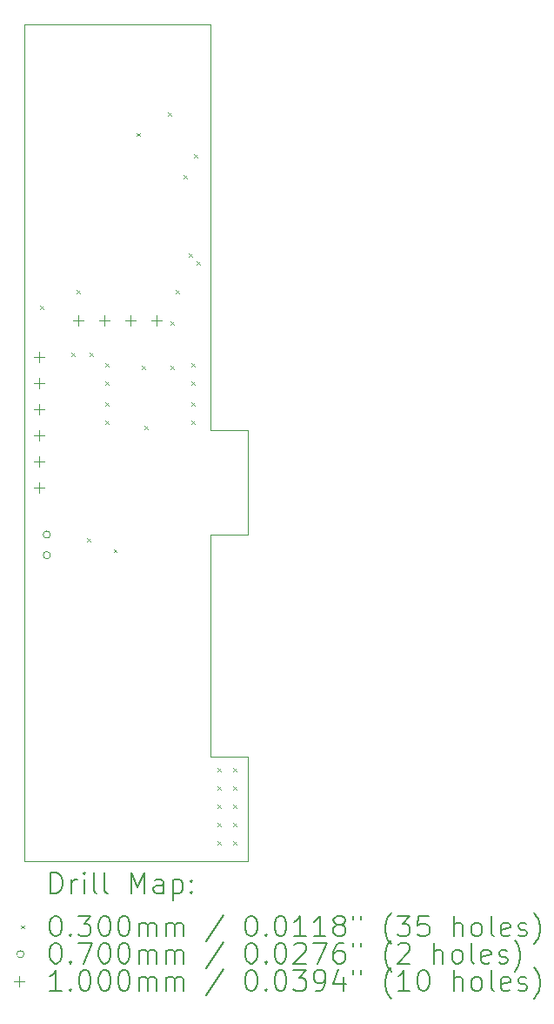
<source format=gbr>
%TF.GenerationSoftware,KiCad,Pcbnew,8.0.2*%
%TF.CreationDate,2024-11-04T20:05:37-05:00*%
%TF.ProjectId,proto,70726f74-6f2e-46b6-9963-61645f706362,rev?*%
%TF.SameCoordinates,Original*%
%TF.FileFunction,Drillmap*%
%TF.FilePolarity,Positive*%
%FSLAX45Y45*%
G04 Gerber Fmt 4.5, Leading zero omitted, Abs format (unit mm)*
G04 Created by KiCad (PCBNEW 8.0.2) date 2024-11-04 20:05:37*
%MOMM*%
%LPD*%
G01*
G04 APERTURE LIST*
%ADD10C,0.050000*%
%ADD11C,0.200000*%
%ADD12C,0.100000*%
G04 APERTURE END LIST*
D10*
X14240000Y-5200000D02*
X12430000Y-5200000D01*
X14240000Y-12319000D02*
X14605000Y-12319000D01*
X12430000Y-5200000D02*
X12430000Y-13335000D01*
X14240000Y-5200000D02*
X14240000Y-9144000D01*
X14240000Y-9144000D02*
X14605000Y-9144000D01*
X14240000Y-10160000D02*
X14605000Y-10160000D01*
X14240000Y-10160000D02*
X14240000Y-12319000D01*
X14605000Y-9144000D02*
X14605000Y-10160000D01*
X12430000Y-13335000D02*
X14605000Y-13335000D01*
X14605000Y-13335000D02*
X14605000Y-12319000D01*
D11*
D12*
X12583400Y-7935200D02*
X12613400Y-7965200D01*
X12613400Y-7935200D02*
X12583400Y-7965200D01*
X12888200Y-8392400D02*
X12918200Y-8422400D01*
X12918200Y-8392400D02*
X12888200Y-8422400D01*
X12939000Y-7782800D02*
X12969000Y-7812800D01*
X12969000Y-7782800D02*
X12939000Y-7812800D01*
X13040600Y-10195800D02*
X13070600Y-10225800D01*
X13070600Y-10195800D02*
X13040600Y-10225800D01*
X13066000Y-8392400D02*
X13096000Y-8422400D01*
X13096000Y-8392400D02*
X13066000Y-8422400D01*
X13218400Y-8494000D02*
X13248400Y-8524000D01*
X13248400Y-8494000D02*
X13218400Y-8524000D01*
X13218400Y-8671800D02*
X13248400Y-8701800D01*
X13248400Y-8671800D02*
X13218400Y-8701800D01*
X13218400Y-8875000D02*
X13248400Y-8905000D01*
X13248400Y-8875000D02*
X13218400Y-8905000D01*
X13218400Y-9052800D02*
X13248400Y-9082800D01*
X13248400Y-9052800D02*
X13218400Y-9082800D01*
X13301200Y-10304000D02*
X13331200Y-10334000D01*
X13331200Y-10304000D02*
X13301200Y-10334000D01*
X13523200Y-6255000D02*
X13553200Y-6285000D01*
X13553200Y-6255000D02*
X13523200Y-6285000D01*
X13574000Y-8519400D02*
X13604000Y-8549400D01*
X13604000Y-8519400D02*
X13574000Y-8549400D01*
X13599400Y-9103600D02*
X13629400Y-9133600D01*
X13629400Y-9103600D02*
X13599400Y-9133600D01*
X13828000Y-6055600D02*
X13858000Y-6085600D01*
X13858000Y-6055600D02*
X13828000Y-6085600D01*
X13853400Y-8087600D02*
X13883400Y-8117600D01*
X13883400Y-8087600D02*
X13853400Y-8117600D01*
X13853400Y-8519400D02*
X13883400Y-8549400D01*
X13883400Y-8519400D02*
X13853400Y-8549400D01*
X13904200Y-7782800D02*
X13934200Y-7812800D01*
X13934200Y-7782800D02*
X13904200Y-7812800D01*
X13980400Y-6665200D02*
X14010400Y-6695200D01*
X14010400Y-6665200D02*
X13980400Y-6695200D01*
X14031200Y-7427200D02*
X14061200Y-7457200D01*
X14061200Y-7427200D02*
X14031200Y-7457200D01*
X14056600Y-8494000D02*
X14086600Y-8524000D01*
X14086600Y-8494000D02*
X14056600Y-8524000D01*
X14056600Y-8671800D02*
X14086600Y-8701800D01*
X14086600Y-8671800D02*
X14056600Y-8701800D01*
X14056600Y-8875000D02*
X14086600Y-8905000D01*
X14086600Y-8875000D02*
X14056600Y-8905000D01*
X14056600Y-9052800D02*
X14086600Y-9082800D01*
X14086600Y-9052800D02*
X14056600Y-9082800D01*
X14082000Y-6462000D02*
X14112000Y-6492000D01*
X14112000Y-6462000D02*
X14082000Y-6492000D01*
X14107400Y-7503400D02*
X14137400Y-7533400D01*
X14137400Y-7503400D02*
X14107400Y-7533400D01*
X14310600Y-12431000D02*
X14340600Y-12461000D01*
X14340600Y-12431000D02*
X14310600Y-12461000D01*
X14310600Y-12608800D02*
X14340600Y-12638800D01*
X14340600Y-12608800D02*
X14310600Y-12638800D01*
X14310600Y-12786600D02*
X14340600Y-12816600D01*
X14340600Y-12786600D02*
X14310600Y-12816600D01*
X14310600Y-12964400D02*
X14340600Y-12994400D01*
X14340600Y-12964400D02*
X14310600Y-12994400D01*
X14310600Y-13142200D02*
X14340600Y-13172200D01*
X14340600Y-13142200D02*
X14310600Y-13172200D01*
X14463000Y-12431000D02*
X14493000Y-12461000D01*
X14493000Y-12431000D02*
X14463000Y-12461000D01*
X14463000Y-12608800D02*
X14493000Y-12638800D01*
X14493000Y-12608800D02*
X14463000Y-12638800D01*
X14463000Y-12786600D02*
X14493000Y-12816600D01*
X14493000Y-12786600D02*
X14463000Y-12816600D01*
X14463000Y-12964400D02*
X14493000Y-12994400D01*
X14493000Y-12964400D02*
X14463000Y-12994400D01*
X14463000Y-13142200D02*
X14493000Y-13172200D01*
X14493000Y-13142200D02*
X14463000Y-13172200D01*
X12684200Y-10161600D02*
G75*
G02*
X12614200Y-10161600I-35000J0D01*
G01*
X12614200Y-10161600D02*
G75*
G02*
X12684200Y-10161600I35000J0D01*
G01*
X12684200Y-10361600D02*
G75*
G02*
X12614200Y-10361600I-35000J0D01*
G01*
X12614200Y-10361600D02*
G75*
G02*
X12684200Y-10361600I35000J0D01*
G01*
X12573000Y-8382800D02*
X12573000Y-8482800D01*
X12523000Y-8432800D02*
X12623000Y-8432800D01*
X12573000Y-8636800D02*
X12573000Y-8736800D01*
X12523000Y-8686800D02*
X12623000Y-8686800D01*
X12573000Y-8890800D02*
X12573000Y-8990800D01*
X12523000Y-8940800D02*
X12623000Y-8940800D01*
X12573000Y-9144800D02*
X12573000Y-9244800D01*
X12523000Y-9194800D02*
X12623000Y-9194800D01*
X12573000Y-9398800D02*
X12573000Y-9498800D01*
X12523000Y-9448800D02*
X12623000Y-9448800D01*
X12573000Y-9652800D02*
X12573000Y-9752800D01*
X12523000Y-9702800D02*
X12623000Y-9702800D01*
X12954000Y-8027200D02*
X12954000Y-8127200D01*
X12904000Y-8077200D02*
X13004000Y-8077200D01*
X13208000Y-8027200D02*
X13208000Y-8127200D01*
X13158000Y-8077200D02*
X13258000Y-8077200D01*
X13462000Y-8027200D02*
X13462000Y-8127200D01*
X13412000Y-8077200D02*
X13512000Y-8077200D01*
X13716000Y-8027200D02*
X13716000Y-8127200D01*
X13666000Y-8077200D02*
X13766000Y-8077200D01*
D11*
X12688277Y-13648984D02*
X12688277Y-13448984D01*
X12688277Y-13448984D02*
X12735896Y-13448984D01*
X12735896Y-13448984D02*
X12764467Y-13458508D01*
X12764467Y-13458508D02*
X12783515Y-13477555D01*
X12783515Y-13477555D02*
X12793039Y-13496603D01*
X12793039Y-13496603D02*
X12802562Y-13534698D01*
X12802562Y-13534698D02*
X12802562Y-13563269D01*
X12802562Y-13563269D02*
X12793039Y-13601365D01*
X12793039Y-13601365D02*
X12783515Y-13620412D01*
X12783515Y-13620412D02*
X12764467Y-13639460D01*
X12764467Y-13639460D02*
X12735896Y-13648984D01*
X12735896Y-13648984D02*
X12688277Y-13648984D01*
X12888277Y-13648984D02*
X12888277Y-13515650D01*
X12888277Y-13553746D02*
X12897801Y-13534698D01*
X12897801Y-13534698D02*
X12907324Y-13525174D01*
X12907324Y-13525174D02*
X12926372Y-13515650D01*
X12926372Y-13515650D02*
X12945420Y-13515650D01*
X13012086Y-13648984D02*
X13012086Y-13515650D01*
X13012086Y-13448984D02*
X13002562Y-13458508D01*
X13002562Y-13458508D02*
X13012086Y-13468031D01*
X13012086Y-13468031D02*
X13021610Y-13458508D01*
X13021610Y-13458508D02*
X13012086Y-13448984D01*
X13012086Y-13448984D02*
X13012086Y-13468031D01*
X13135896Y-13648984D02*
X13116848Y-13639460D01*
X13116848Y-13639460D02*
X13107324Y-13620412D01*
X13107324Y-13620412D02*
X13107324Y-13448984D01*
X13240658Y-13648984D02*
X13221610Y-13639460D01*
X13221610Y-13639460D02*
X13212086Y-13620412D01*
X13212086Y-13620412D02*
X13212086Y-13448984D01*
X13469229Y-13648984D02*
X13469229Y-13448984D01*
X13469229Y-13448984D02*
X13535896Y-13591841D01*
X13535896Y-13591841D02*
X13602562Y-13448984D01*
X13602562Y-13448984D02*
X13602562Y-13648984D01*
X13783515Y-13648984D02*
X13783515Y-13544222D01*
X13783515Y-13544222D02*
X13773991Y-13525174D01*
X13773991Y-13525174D02*
X13754943Y-13515650D01*
X13754943Y-13515650D02*
X13716848Y-13515650D01*
X13716848Y-13515650D02*
X13697801Y-13525174D01*
X13783515Y-13639460D02*
X13764467Y-13648984D01*
X13764467Y-13648984D02*
X13716848Y-13648984D01*
X13716848Y-13648984D02*
X13697801Y-13639460D01*
X13697801Y-13639460D02*
X13688277Y-13620412D01*
X13688277Y-13620412D02*
X13688277Y-13601365D01*
X13688277Y-13601365D02*
X13697801Y-13582317D01*
X13697801Y-13582317D02*
X13716848Y-13572793D01*
X13716848Y-13572793D02*
X13764467Y-13572793D01*
X13764467Y-13572793D02*
X13783515Y-13563269D01*
X13878753Y-13515650D02*
X13878753Y-13715650D01*
X13878753Y-13525174D02*
X13897801Y-13515650D01*
X13897801Y-13515650D02*
X13935896Y-13515650D01*
X13935896Y-13515650D02*
X13954943Y-13525174D01*
X13954943Y-13525174D02*
X13964467Y-13534698D01*
X13964467Y-13534698D02*
X13973991Y-13553746D01*
X13973991Y-13553746D02*
X13973991Y-13610888D01*
X13973991Y-13610888D02*
X13964467Y-13629936D01*
X13964467Y-13629936D02*
X13954943Y-13639460D01*
X13954943Y-13639460D02*
X13935896Y-13648984D01*
X13935896Y-13648984D02*
X13897801Y-13648984D01*
X13897801Y-13648984D02*
X13878753Y-13639460D01*
X14059705Y-13629936D02*
X14069229Y-13639460D01*
X14069229Y-13639460D02*
X14059705Y-13648984D01*
X14059705Y-13648984D02*
X14050182Y-13639460D01*
X14050182Y-13639460D02*
X14059705Y-13629936D01*
X14059705Y-13629936D02*
X14059705Y-13648984D01*
X14059705Y-13525174D02*
X14069229Y-13534698D01*
X14069229Y-13534698D02*
X14059705Y-13544222D01*
X14059705Y-13544222D02*
X14050182Y-13534698D01*
X14050182Y-13534698D02*
X14059705Y-13525174D01*
X14059705Y-13525174D02*
X14059705Y-13544222D01*
D12*
X12397500Y-13962500D02*
X12427500Y-13992500D01*
X12427500Y-13962500D02*
X12397500Y-13992500D01*
D11*
X12726372Y-13868984D02*
X12745420Y-13868984D01*
X12745420Y-13868984D02*
X12764467Y-13878508D01*
X12764467Y-13878508D02*
X12773991Y-13888031D01*
X12773991Y-13888031D02*
X12783515Y-13907079D01*
X12783515Y-13907079D02*
X12793039Y-13945174D01*
X12793039Y-13945174D02*
X12793039Y-13992793D01*
X12793039Y-13992793D02*
X12783515Y-14030888D01*
X12783515Y-14030888D02*
X12773991Y-14049936D01*
X12773991Y-14049936D02*
X12764467Y-14059460D01*
X12764467Y-14059460D02*
X12745420Y-14068984D01*
X12745420Y-14068984D02*
X12726372Y-14068984D01*
X12726372Y-14068984D02*
X12707324Y-14059460D01*
X12707324Y-14059460D02*
X12697801Y-14049936D01*
X12697801Y-14049936D02*
X12688277Y-14030888D01*
X12688277Y-14030888D02*
X12678753Y-13992793D01*
X12678753Y-13992793D02*
X12678753Y-13945174D01*
X12678753Y-13945174D02*
X12688277Y-13907079D01*
X12688277Y-13907079D02*
X12697801Y-13888031D01*
X12697801Y-13888031D02*
X12707324Y-13878508D01*
X12707324Y-13878508D02*
X12726372Y-13868984D01*
X12878753Y-14049936D02*
X12888277Y-14059460D01*
X12888277Y-14059460D02*
X12878753Y-14068984D01*
X12878753Y-14068984D02*
X12869229Y-14059460D01*
X12869229Y-14059460D02*
X12878753Y-14049936D01*
X12878753Y-14049936D02*
X12878753Y-14068984D01*
X12954943Y-13868984D02*
X13078753Y-13868984D01*
X13078753Y-13868984D02*
X13012086Y-13945174D01*
X13012086Y-13945174D02*
X13040658Y-13945174D01*
X13040658Y-13945174D02*
X13059705Y-13954698D01*
X13059705Y-13954698D02*
X13069229Y-13964222D01*
X13069229Y-13964222D02*
X13078753Y-13983269D01*
X13078753Y-13983269D02*
X13078753Y-14030888D01*
X13078753Y-14030888D02*
X13069229Y-14049936D01*
X13069229Y-14049936D02*
X13059705Y-14059460D01*
X13059705Y-14059460D02*
X13040658Y-14068984D01*
X13040658Y-14068984D02*
X12983515Y-14068984D01*
X12983515Y-14068984D02*
X12964467Y-14059460D01*
X12964467Y-14059460D02*
X12954943Y-14049936D01*
X13202562Y-13868984D02*
X13221610Y-13868984D01*
X13221610Y-13868984D02*
X13240658Y-13878508D01*
X13240658Y-13878508D02*
X13250182Y-13888031D01*
X13250182Y-13888031D02*
X13259705Y-13907079D01*
X13259705Y-13907079D02*
X13269229Y-13945174D01*
X13269229Y-13945174D02*
X13269229Y-13992793D01*
X13269229Y-13992793D02*
X13259705Y-14030888D01*
X13259705Y-14030888D02*
X13250182Y-14049936D01*
X13250182Y-14049936D02*
X13240658Y-14059460D01*
X13240658Y-14059460D02*
X13221610Y-14068984D01*
X13221610Y-14068984D02*
X13202562Y-14068984D01*
X13202562Y-14068984D02*
X13183515Y-14059460D01*
X13183515Y-14059460D02*
X13173991Y-14049936D01*
X13173991Y-14049936D02*
X13164467Y-14030888D01*
X13164467Y-14030888D02*
X13154943Y-13992793D01*
X13154943Y-13992793D02*
X13154943Y-13945174D01*
X13154943Y-13945174D02*
X13164467Y-13907079D01*
X13164467Y-13907079D02*
X13173991Y-13888031D01*
X13173991Y-13888031D02*
X13183515Y-13878508D01*
X13183515Y-13878508D02*
X13202562Y-13868984D01*
X13393039Y-13868984D02*
X13412086Y-13868984D01*
X13412086Y-13868984D02*
X13431134Y-13878508D01*
X13431134Y-13878508D02*
X13440658Y-13888031D01*
X13440658Y-13888031D02*
X13450182Y-13907079D01*
X13450182Y-13907079D02*
X13459705Y-13945174D01*
X13459705Y-13945174D02*
X13459705Y-13992793D01*
X13459705Y-13992793D02*
X13450182Y-14030888D01*
X13450182Y-14030888D02*
X13440658Y-14049936D01*
X13440658Y-14049936D02*
X13431134Y-14059460D01*
X13431134Y-14059460D02*
X13412086Y-14068984D01*
X13412086Y-14068984D02*
X13393039Y-14068984D01*
X13393039Y-14068984D02*
X13373991Y-14059460D01*
X13373991Y-14059460D02*
X13364467Y-14049936D01*
X13364467Y-14049936D02*
X13354943Y-14030888D01*
X13354943Y-14030888D02*
X13345420Y-13992793D01*
X13345420Y-13992793D02*
X13345420Y-13945174D01*
X13345420Y-13945174D02*
X13354943Y-13907079D01*
X13354943Y-13907079D02*
X13364467Y-13888031D01*
X13364467Y-13888031D02*
X13373991Y-13878508D01*
X13373991Y-13878508D02*
X13393039Y-13868984D01*
X13545420Y-14068984D02*
X13545420Y-13935650D01*
X13545420Y-13954698D02*
X13554943Y-13945174D01*
X13554943Y-13945174D02*
X13573991Y-13935650D01*
X13573991Y-13935650D02*
X13602563Y-13935650D01*
X13602563Y-13935650D02*
X13621610Y-13945174D01*
X13621610Y-13945174D02*
X13631134Y-13964222D01*
X13631134Y-13964222D02*
X13631134Y-14068984D01*
X13631134Y-13964222D02*
X13640658Y-13945174D01*
X13640658Y-13945174D02*
X13659705Y-13935650D01*
X13659705Y-13935650D02*
X13688277Y-13935650D01*
X13688277Y-13935650D02*
X13707324Y-13945174D01*
X13707324Y-13945174D02*
X13716848Y-13964222D01*
X13716848Y-13964222D02*
X13716848Y-14068984D01*
X13812086Y-14068984D02*
X13812086Y-13935650D01*
X13812086Y-13954698D02*
X13821610Y-13945174D01*
X13821610Y-13945174D02*
X13840658Y-13935650D01*
X13840658Y-13935650D02*
X13869229Y-13935650D01*
X13869229Y-13935650D02*
X13888277Y-13945174D01*
X13888277Y-13945174D02*
X13897801Y-13964222D01*
X13897801Y-13964222D02*
X13897801Y-14068984D01*
X13897801Y-13964222D02*
X13907324Y-13945174D01*
X13907324Y-13945174D02*
X13926372Y-13935650D01*
X13926372Y-13935650D02*
X13954943Y-13935650D01*
X13954943Y-13935650D02*
X13973991Y-13945174D01*
X13973991Y-13945174D02*
X13983515Y-13964222D01*
X13983515Y-13964222D02*
X13983515Y-14068984D01*
X14373991Y-13859460D02*
X14202563Y-14116603D01*
X14631134Y-13868984D02*
X14650182Y-13868984D01*
X14650182Y-13868984D02*
X14669229Y-13878508D01*
X14669229Y-13878508D02*
X14678753Y-13888031D01*
X14678753Y-13888031D02*
X14688277Y-13907079D01*
X14688277Y-13907079D02*
X14697801Y-13945174D01*
X14697801Y-13945174D02*
X14697801Y-13992793D01*
X14697801Y-13992793D02*
X14688277Y-14030888D01*
X14688277Y-14030888D02*
X14678753Y-14049936D01*
X14678753Y-14049936D02*
X14669229Y-14059460D01*
X14669229Y-14059460D02*
X14650182Y-14068984D01*
X14650182Y-14068984D02*
X14631134Y-14068984D01*
X14631134Y-14068984D02*
X14612086Y-14059460D01*
X14612086Y-14059460D02*
X14602563Y-14049936D01*
X14602563Y-14049936D02*
X14593039Y-14030888D01*
X14593039Y-14030888D02*
X14583515Y-13992793D01*
X14583515Y-13992793D02*
X14583515Y-13945174D01*
X14583515Y-13945174D02*
X14593039Y-13907079D01*
X14593039Y-13907079D02*
X14602563Y-13888031D01*
X14602563Y-13888031D02*
X14612086Y-13878508D01*
X14612086Y-13878508D02*
X14631134Y-13868984D01*
X14783515Y-14049936D02*
X14793039Y-14059460D01*
X14793039Y-14059460D02*
X14783515Y-14068984D01*
X14783515Y-14068984D02*
X14773991Y-14059460D01*
X14773991Y-14059460D02*
X14783515Y-14049936D01*
X14783515Y-14049936D02*
X14783515Y-14068984D01*
X14916848Y-13868984D02*
X14935896Y-13868984D01*
X14935896Y-13868984D02*
X14954944Y-13878508D01*
X14954944Y-13878508D02*
X14964467Y-13888031D01*
X14964467Y-13888031D02*
X14973991Y-13907079D01*
X14973991Y-13907079D02*
X14983515Y-13945174D01*
X14983515Y-13945174D02*
X14983515Y-13992793D01*
X14983515Y-13992793D02*
X14973991Y-14030888D01*
X14973991Y-14030888D02*
X14964467Y-14049936D01*
X14964467Y-14049936D02*
X14954944Y-14059460D01*
X14954944Y-14059460D02*
X14935896Y-14068984D01*
X14935896Y-14068984D02*
X14916848Y-14068984D01*
X14916848Y-14068984D02*
X14897801Y-14059460D01*
X14897801Y-14059460D02*
X14888277Y-14049936D01*
X14888277Y-14049936D02*
X14878753Y-14030888D01*
X14878753Y-14030888D02*
X14869229Y-13992793D01*
X14869229Y-13992793D02*
X14869229Y-13945174D01*
X14869229Y-13945174D02*
X14878753Y-13907079D01*
X14878753Y-13907079D02*
X14888277Y-13888031D01*
X14888277Y-13888031D02*
X14897801Y-13878508D01*
X14897801Y-13878508D02*
X14916848Y-13868984D01*
X15173991Y-14068984D02*
X15059706Y-14068984D01*
X15116848Y-14068984D02*
X15116848Y-13868984D01*
X15116848Y-13868984D02*
X15097801Y-13897555D01*
X15097801Y-13897555D02*
X15078753Y-13916603D01*
X15078753Y-13916603D02*
X15059706Y-13926127D01*
X15364467Y-14068984D02*
X15250182Y-14068984D01*
X15307325Y-14068984D02*
X15307325Y-13868984D01*
X15307325Y-13868984D02*
X15288277Y-13897555D01*
X15288277Y-13897555D02*
X15269229Y-13916603D01*
X15269229Y-13916603D02*
X15250182Y-13926127D01*
X15478753Y-13954698D02*
X15459706Y-13945174D01*
X15459706Y-13945174D02*
X15450182Y-13935650D01*
X15450182Y-13935650D02*
X15440658Y-13916603D01*
X15440658Y-13916603D02*
X15440658Y-13907079D01*
X15440658Y-13907079D02*
X15450182Y-13888031D01*
X15450182Y-13888031D02*
X15459706Y-13878508D01*
X15459706Y-13878508D02*
X15478753Y-13868984D01*
X15478753Y-13868984D02*
X15516848Y-13868984D01*
X15516848Y-13868984D02*
X15535896Y-13878508D01*
X15535896Y-13878508D02*
X15545420Y-13888031D01*
X15545420Y-13888031D02*
X15554944Y-13907079D01*
X15554944Y-13907079D02*
X15554944Y-13916603D01*
X15554944Y-13916603D02*
X15545420Y-13935650D01*
X15545420Y-13935650D02*
X15535896Y-13945174D01*
X15535896Y-13945174D02*
X15516848Y-13954698D01*
X15516848Y-13954698D02*
X15478753Y-13954698D01*
X15478753Y-13954698D02*
X15459706Y-13964222D01*
X15459706Y-13964222D02*
X15450182Y-13973746D01*
X15450182Y-13973746D02*
X15440658Y-13992793D01*
X15440658Y-13992793D02*
X15440658Y-14030888D01*
X15440658Y-14030888D02*
X15450182Y-14049936D01*
X15450182Y-14049936D02*
X15459706Y-14059460D01*
X15459706Y-14059460D02*
X15478753Y-14068984D01*
X15478753Y-14068984D02*
X15516848Y-14068984D01*
X15516848Y-14068984D02*
X15535896Y-14059460D01*
X15535896Y-14059460D02*
X15545420Y-14049936D01*
X15545420Y-14049936D02*
X15554944Y-14030888D01*
X15554944Y-14030888D02*
X15554944Y-13992793D01*
X15554944Y-13992793D02*
X15545420Y-13973746D01*
X15545420Y-13973746D02*
X15535896Y-13964222D01*
X15535896Y-13964222D02*
X15516848Y-13954698D01*
X15631134Y-13868984D02*
X15631134Y-13907079D01*
X15707325Y-13868984D02*
X15707325Y-13907079D01*
X16002563Y-14145174D02*
X15993039Y-14135650D01*
X15993039Y-14135650D02*
X15973991Y-14107079D01*
X15973991Y-14107079D02*
X15964468Y-14088031D01*
X15964468Y-14088031D02*
X15954944Y-14059460D01*
X15954944Y-14059460D02*
X15945420Y-14011841D01*
X15945420Y-14011841D02*
X15945420Y-13973746D01*
X15945420Y-13973746D02*
X15954944Y-13926127D01*
X15954944Y-13926127D02*
X15964468Y-13897555D01*
X15964468Y-13897555D02*
X15973991Y-13878508D01*
X15973991Y-13878508D02*
X15993039Y-13849936D01*
X15993039Y-13849936D02*
X16002563Y-13840412D01*
X16059706Y-13868984D02*
X16183515Y-13868984D01*
X16183515Y-13868984D02*
X16116848Y-13945174D01*
X16116848Y-13945174D02*
X16145420Y-13945174D01*
X16145420Y-13945174D02*
X16164468Y-13954698D01*
X16164468Y-13954698D02*
X16173991Y-13964222D01*
X16173991Y-13964222D02*
X16183515Y-13983269D01*
X16183515Y-13983269D02*
X16183515Y-14030888D01*
X16183515Y-14030888D02*
X16173991Y-14049936D01*
X16173991Y-14049936D02*
X16164468Y-14059460D01*
X16164468Y-14059460D02*
X16145420Y-14068984D01*
X16145420Y-14068984D02*
X16088277Y-14068984D01*
X16088277Y-14068984D02*
X16069229Y-14059460D01*
X16069229Y-14059460D02*
X16059706Y-14049936D01*
X16364468Y-13868984D02*
X16269229Y-13868984D01*
X16269229Y-13868984D02*
X16259706Y-13964222D01*
X16259706Y-13964222D02*
X16269229Y-13954698D01*
X16269229Y-13954698D02*
X16288277Y-13945174D01*
X16288277Y-13945174D02*
X16335896Y-13945174D01*
X16335896Y-13945174D02*
X16354944Y-13954698D01*
X16354944Y-13954698D02*
X16364468Y-13964222D01*
X16364468Y-13964222D02*
X16373991Y-13983269D01*
X16373991Y-13983269D02*
X16373991Y-14030888D01*
X16373991Y-14030888D02*
X16364468Y-14049936D01*
X16364468Y-14049936D02*
X16354944Y-14059460D01*
X16354944Y-14059460D02*
X16335896Y-14068984D01*
X16335896Y-14068984D02*
X16288277Y-14068984D01*
X16288277Y-14068984D02*
X16269229Y-14059460D01*
X16269229Y-14059460D02*
X16259706Y-14049936D01*
X16612087Y-14068984D02*
X16612087Y-13868984D01*
X16697801Y-14068984D02*
X16697801Y-13964222D01*
X16697801Y-13964222D02*
X16688277Y-13945174D01*
X16688277Y-13945174D02*
X16669230Y-13935650D01*
X16669230Y-13935650D02*
X16640658Y-13935650D01*
X16640658Y-13935650D02*
X16621610Y-13945174D01*
X16621610Y-13945174D02*
X16612087Y-13954698D01*
X16821611Y-14068984D02*
X16802563Y-14059460D01*
X16802563Y-14059460D02*
X16793039Y-14049936D01*
X16793039Y-14049936D02*
X16783515Y-14030888D01*
X16783515Y-14030888D02*
X16783515Y-13973746D01*
X16783515Y-13973746D02*
X16793039Y-13954698D01*
X16793039Y-13954698D02*
X16802563Y-13945174D01*
X16802563Y-13945174D02*
X16821611Y-13935650D01*
X16821611Y-13935650D02*
X16850182Y-13935650D01*
X16850182Y-13935650D02*
X16869230Y-13945174D01*
X16869230Y-13945174D02*
X16878753Y-13954698D01*
X16878753Y-13954698D02*
X16888277Y-13973746D01*
X16888277Y-13973746D02*
X16888277Y-14030888D01*
X16888277Y-14030888D02*
X16878753Y-14049936D01*
X16878753Y-14049936D02*
X16869230Y-14059460D01*
X16869230Y-14059460D02*
X16850182Y-14068984D01*
X16850182Y-14068984D02*
X16821611Y-14068984D01*
X17002563Y-14068984D02*
X16983515Y-14059460D01*
X16983515Y-14059460D02*
X16973992Y-14040412D01*
X16973992Y-14040412D02*
X16973992Y-13868984D01*
X17154944Y-14059460D02*
X17135896Y-14068984D01*
X17135896Y-14068984D02*
X17097801Y-14068984D01*
X17097801Y-14068984D02*
X17078753Y-14059460D01*
X17078753Y-14059460D02*
X17069230Y-14040412D01*
X17069230Y-14040412D02*
X17069230Y-13964222D01*
X17069230Y-13964222D02*
X17078753Y-13945174D01*
X17078753Y-13945174D02*
X17097801Y-13935650D01*
X17097801Y-13935650D02*
X17135896Y-13935650D01*
X17135896Y-13935650D02*
X17154944Y-13945174D01*
X17154944Y-13945174D02*
X17164468Y-13964222D01*
X17164468Y-13964222D02*
X17164468Y-13983269D01*
X17164468Y-13983269D02*
X17069230Y-14002317D01*
X17240658Y-14059460D02*
X17259706Y-14068984D01*
X17259706Y-14068984D02*
X17297801Y-14068984D01*
X17297801Y-14068984D02*
X17316849Y-14059460D01*
X17316849Y-14059460D02*
X17326373Y-14040412D01*
X17326373Y-14040412D02*
X17326373Y-14030888D01*
X17326373Y-14030888D02*
X17316849Y-14011841D01*
X17316849Y-14011841D02*
X17297801Y-14002317D01*
X17297801Y-14002317D02*
X17269230Y-14002317D01*
X17269230Y-14002317D02*
X17250182Y-13992793D01*
X17250182Y-13992793D02*
X17240658Y-13973746D01*
X17240658Y-13973746D02*
X17240658Y-13964222D01*
X17240658Y-13964222D02*
X17250182Y-13945174D01*
X17250182Y-13945174D02*
X17269230Y-13935650D01*
X17269230Y-13935650D02*
X17297801Y-13935650D01*
X17297801Y-13935650D02*
X17316849Y-13945174D01*
X17393039Y-14145174D02*
X17402563Y-14135650D01*
X17402563Y-14135650D02*
X17421611Y-14107079D01*
X17421611Y-14107079D02*
X17431134Y-14088031D01*
X17431134Y-14088031D02*
X17440658Y-14059460D01*
X17440658Y-14059460D02*
X17450182Y-14011841D01*
X17450182Y-14011841D02*
X17450182Y-13973746D01*
X17450182Y-13973746D02*
X17440658Y-13926127D01*
X17440658Y-13926127D02*
X17431134Y-13897555D01*
X17431134Y-13897555D02*
X17421611Y-13878508D01*
X17421611Y-13878508D02*
X17402563Y-13849936D01*
X17402563Y-13849936D02*
X17393039Y-13840412D01*
D12*
X12427500Y-14241500D02*
G75*
G02*
X12357500Y-14241500I-35000J0D01*
G01*
X12357500Y-14241500D02*
G75*
G02*
X12427500Y-14241500I35000J0D01*
G01*
D11*
X12726372Y-14132984D02*
X12745420Y-14132984D01*
X12745420Y-14132984D02*
X12764467Y-14142508D01*
X12764467Y-14142508D02*
X12773991Y-14152031D01*
X12773991Y-14152031D02*
X12783515Y-14171079D01*
X12783515Y-14171079D02*
X12793039Y-14209174D01*
X12793039Y-14209174D02*
X12793039Y-14256793D01*
X12793039Y-14256793D02*
X12783515Y-14294888D01*
X12783515Y-14294888D02*
X12773991Y-14313936D01*
X12773991Y-14313936D02*
X12764467Y-14323460D01*
X12764467Y-14323460D02*
X12745420Y-14332984D01*
X12745420Y-14332984D02*
X12726372Y-14332984D01*
X12726372Y-14332984D02*
X12707324Y-14323460D01*
X12707324Y-14323460D02*
X12697801Y-14313936D01*
X12697801Y-14313936D02*
X12688277Y-14294888D01*
X12688277Y-14294888D02*
X12678753Y-14256793D01*
X12678753Y-14256793D02*
X12678753Y-14209174D01*
X12678753Y-14209174D02*
X12688277Y-14171079D01*
X12688277Y-14171079D02*
X12697801Y-14152031D01*
X12697801Y-14152031D02*
X12707324Y-14142508D01*
X12707324Y-14142508D02*
X12726372Y-14132984D01*
X12878753Y-14313936D02*
X12888277Y-14323460D01*
X12888277Y-14323460D02*
X12878753Y-14332984D01*
X12878753Y-14332984D02*
X12869229Y-14323460D01*
X12869229Y-14323460D02*
X12878753Y-14313936D01*
X12878753Y-14313936D02*
X12878753Y-14332984D01*
X12954943Y-14132984D02*
X13088277Y-14132984D01*
X13088277Y-14132984D02*
X13002562Y-14332984D01*
X13202562Y-14132984D02*
X13221610Y-14132984D01*
X13221610Y-14132984D02*
X13240658Y-14142508D01*
X13240658Y-14142508D02*
X13250182Y-14152031D01*
X13250182Y-14152031D02*
X13259705Y-14171079D01*
X13259705Y-14171079D02*
X13269229Y-14209174D01*
X13269229Y-14209174D02*
X13269229Y-14256793D01*
X13269229Y-14256793D02*
X13259705Y-14294888D01*
X13259705Y-14294888D02*
X13250182Y-14313936D01*
X13250182Y-14313936D02*
X13240658Y-14323460D01*
X13240658Y-14323460D02*
X13221610Y-14332984D01*
X13221610Y-14332984D02*
X13202562Y-14332984D01*
X13202562Y-14332984D02*
X13183515Y-14323460D01*
X13183515Y-14323460D02*
X13173991Y-14313936D01*
X13173991Y-14313936D02*
X13164467Y-14294888D01*
X13164467Y-14294888D02*
X13154943Y-14256793D01*
X13154943Y-14256793D02*
X13154943Y-14209174D01*
X13154943Y-14209174D02*
X13164467Y-14171079D01*
X13164467Y-14171079D02*
X13173991Y-14152031D01*
X13173991Y-14152031D02*
X13183515Y-14142508D01*
X13183515Y-14142508D02*
X13202562Y-14132984D01*
X13393039Y-14132984D02*
X13412086Y-14132984D01*
X13412086Y-14132984D02*
X13431134Y-14142508D01*
X13431134Y-14142508D02*
X13440658Y-14152031D01*
X13440658Y-14152031D02*
X13450182Y-14171079D01*
X13450182Y-14171079D02*
X13459705Y-14209174D01*
X13459705Y-14209174D02*
X13459705Y-14256793D01*
X13459705Y-14256793D02*
X13450182Y-14294888D01*
X13450182Y-14294888D02*
X13440658Y-14313936D01*
X13440658Y-14313936D02*
X13431134Y-14323460D01*
X13431134Y-14323460D02*
X13412086Y-14332984D01*
X13412086Y-14332984D02*
X13393039Y-14332984D01*
X13393039Y-14332984D02*
X13373991Y-14323460D01*
X13373991Y-14323460D02*
X13364467Y-14313936D01*
X13364467Y-14313936D02*
X13354943Y-14294888D01*
X13354943Y-14294888D02*
X13345420Y-14256793D01*
X13345420Y-14256793D02*
X13345420Y-14209174D01*
X13345420Y-14209174D02*
X13354943Y-14171079D01*
X13354943Y-14171079D02*
X13364467Y-14152031D01*
X13364467Y-14152031D02*
X13373991Y-14142508D01*
X13373991Y-14142508D02*
X13393039Y-14132984D01*
X13545420Y-14332984D02*
X13545420Y-14199650D01*
X13545420Y-14218698D02*
X13554943Y-14209174D01*
X13554943Y-14209174D02*
X13573991Y-14199650D01*
X13573991Y-14199650D02*
X13602563Y-14199650D01*
X13602563Y-14199650D02*
X13621610Y-14209174D01*
X13621610Y-14209174D02*
X13631134Y-14228222D01*
X13631134Y-14228222D02*
X13631134Y-14332984D01*
X13631134Y-14228222D02*
X13640658Y-14209174D01*
X13640658Y-14209174D02*
X13659705Y-14199650D01*
X13659705Y-14199650D02*
X13688277Y-14199650D01*
X13688277Y-14199650D02*
X13707324Y-14209174D01*
X13707324Y-14209174D02*
X13716848Y-14228222D01*
X13716848Y-14228222D02*
X13716848Y-14332984D01*
X13812086Y-14332984D02*
X13812086Y-14199650D01*
X13812086Y-14218698D02*
X13821610Y-14209174D01*
X13821610Y-14209174D02*
X13840658Y-14199650D01*
X13840658Y-14199650D02*
X13869229Y-14199650D01*
X13869229Y-14199650D02*
X13888277Y-14209174D01*
X13888277Y-14209174D02*
X13897801Y-14228222D01*
X13897801Y-14228222D02*
X13897801Y-14332984D01*
X13897801Y-14228222D02*
X13907324Y-14209174D01*
X13907324Y-14209174D02*
X13926372Y-14199650D01*
X13926372Y-14199650D02*
X13954943Y-14199650D01*
X13954943Y-14199650D02*
X13973991Y-14209174D01*
X13973991Y-14209174D02*
X13983515Y-14228222D01*
X13983515Y-14228222D02*
X13983515Y-14332984D01*
X14373991Y-14123460D02*
X14202563Y-14380603D01*
X14631134Y-14132984D02*
X14650182Y-14132984D01*
X14650182Y-14132984D02*
X14669229Y-14142508D01*
X14669229Y-14142508D02*
X14678753Y-14152031D01*
X14678753Y-14152031D02*
X14688277Y-14171079D01*
X14688277Y-14171079D02*
X14697801Y-14209174D01*
X14697801Y-14209174D02*
X14697801Y-14256793D01*
X14697801Y-14256793D02*
X14688277Y-14294888D01*
X14688277Y-14294888D02*
X14678753Y-14313936D01*
X14678753Y-14313936D02*
X14669229Y-14323460D01*
X14669229Y-14323460D02*
X14650182Y-14332984D01*
X14650182Y-14332984D02*
X14631134Y-14332984D01*
X14631134Y-14332984D02*
X14612086Y-14323460D01*
X14612086Y-14323460D02*
X14602563Y-14313936D01*
X14602563Y-14313936D02*
X14593039Y-14294888D01*
X14593039Y-14294888D02*
X14583515Y-14256793D01*
X14583515Y-14256793D02*
X14583515Y-14209174D01*
X14583515Y-14209174D02*
X14593039Y-14171079D01*
X14593039Y-14171079D02*
X14602563Y-14152031D01*
X14602563Y-14152031D02*
X14612086Y-14142508D01*
X14612086Y-14142508D02*
X14631134Y-14132984D01*
X14783515Y-14313936D02*
X14793039Y-14323460D01*
X14793039Y-14323460D02*
X14783515Y-14332984D01*
X14783515Y-14332984D02*
X14773991Y-14323460D01*
X14773991Y-14323460D02*
X14783515Y-14313936D01*
X14783515Y-14313936D02*
X14783515Y-14332984D01*
X14916848Y-14132984D02*
X14935896Y-14132984D01*
X14935896Y-14132984D02*
X14954944Y-14142508D01*
X14954944Y-14142508D02*
X14964467Y-14152031D01*
X14964467Y-14152031D02*
X14973991Y-14171079D01*
X14973991Y-14171079D02*
X14983515Y-14209174D01*
X14983515Y-14209174D02*
X14983515Y-14256793D01*
X14983515Y-14256793D02*
X14973991Y-14294888D01*
X14973991Y-14294888D02*
X14964467Y-14313936D01*
X14964467Y-14313936D02*
X14954944Y-14323460D01*
X14954944Y-14323460D02*
X14935896Y-14332984D01*
X14935896Y-14332984D02*
X14916848Y-14332984D01*
X14916848Y-14332984D02*
X14897801Y-14323460D01*
X14897801Y-14323460D02*
X14888277Y-14313936D01*
X14888277Y-14313936D02*
X14878753Y-14294888D01*
X14878753Y-14294888D02*
X14869229Y-14256793D01*
X14869229Y-14256793D02*
X14869229Y-14209174D01*
X14869229Y-14209174D02*
X14878753Y-14171079D01*
X14878753Y-14171079D02*
X14888277Y-14152031D01*
X14888277Y-14152031D02*
X14897801Y-14142508D01*
X14897801Y-14142508D02*
X14916848Y-14132984D01*
X15059706Y-14152031D02*
X15069229Y-14142508D01*
X15069229Y-14142508D02*
X15088277Y-14132984D01*
X15088277Y-14132984D02*
X15135896Y-14132984D01*
X15135896Y-14132984D02*
X15154944Y-14142508D01*
X15154944Y-14142508D02*
X15164467Y-14152031D01*
X15164467Y-14152031D02*
X15173991Y-14171079D01*
X15173991Y-14171079D02*
X15173991Y-14190127D01*
X15173991Y-14190127D02*
X15164467Y-14218698D01*
X15164467Y-14218698D02*
X15050182Y-14332984D01*
X15050182Y-14332984D02*
X15173991Y-14332984D01*
X15240658Y-14132984D02*
X15373991Y-14132984D01*
X15373991Y-14132984D02*
X15288277Y-14332984D01*
X15535896Y-14132984D02*
X15497801Y-14132984D01*
X15497801Y-14132984D02*
X15478753Y-14142508D01*
X15478753Y-14142508D02*
X15469229Y-14152031D01*
X15469229Y-14152031D02*
X15450182Y-14180603D01*
X15450182Y-14180603D02*
X15440658Y-14218698D01*
X15440658Y-14218698D02*
X15440658Y-14294888D01*
X15440658Y-14294888D02*
X15450182Y-14313936D01*
X15450182Y-14313936D02*
X15459706Y-14323460D01*
X15459706Y-14323460D02*
X15478753Y-14332984D01*
X15478753Y-14332984D02*
X15516848Y-14332984D01*
X15516848Y-14332984D02*
X15535896Y-14323460D01*
X15535896Y-14323460D02*
X15545420Y-14313936D01*
X15545420Y-14313936D02*
X15554944Y-14294888D01*
X15554944Y-14294888D02*
X15554944Y-14247269D01*
X15554944Y-14247269D02*
X15545420Y-14228222D01*
X15545420Y-14228222D02*
X15535896Y-14218698D01*
X15535896Y-14218698D02*
X15516848Y-14209174D01*
X15516848Y-14209174D02*
X15478753Y-14209174D01*
X15478753Y-14209174D02*
X15459706Y-14218698D01*
X15459706Y-14218698D02*
X15450182Y-14228222D01*
X15450182Y-14228222D02*
X15440658Y-14247269D01*
X15631134Y-14132984D02*
X15631134Y-14171079D01*
X15707325Y-14132984D02*
X15707325Y-14171079D01*
X16002563Y-14409174D02*
X15993039Y-14399650D01*
X15993039Y-14399650D02*
X15973991Y-14371079D01*
X15973991Y-14371079D02*
X15964468Y-14352031D01*
X15964468Y-14352031D02*
X15954944Y-14323460D01*
X15954944Y-14323460D02*
X15945420Y-14275841D01*
X15945420Y-14275841D02*
X15945420Y-14237746D01*
X15945420Y-14237746D02*
X15954944Y-14190127D01*
X15954944Y-14190127D02*
X15964468Y-14161555D01*
X15964468Y-14161555D02*
X15973991Y-14142508D01*
X15973991Y-14142508D02*
X15993039Y-14113936D01*
X15993039Y-14113936D02*
X16002563Y-14104412D01*
X16069229Y-14152031D02*
X16078753Y-14142508D01*
X16078753Y-14142508D02*
X16097801Y-14132984D01*
X16097801Y-14132984D02*
X16145420Y-14132984D01*
X16145420Y-14132984D02*
X16164468Y-14142508D01*
X16164468Y-14142508D02*
X16173991Y-14152031D01*
X16173991Y-14152031D02*
X16183515Y-14171079D01*
X16183515Y-14171079D02*
X16183515Y-14190127D01*
X16183515Y-14190127D02*
X16173991Y-14218698D01*
X16173991Y-14218698D02*
X16059706Y-14332984D01*
X16059706Y-14332984D02*
X16183515Y-14332984D01*
X16421610Y-14332984D02*
X16421610Y-14132984D01*
X16507325Y-14332984D02*
X16507325Y-14228222D01*
X16507325Y-14228222D02*
X16497801Y-14209174D01*
X16497801Y-14209174D02*
X16478753Y-14199650D01*
X16478753Y-14199650D02*
X16450182Y-14199650D01*
X16450182Y-14199650D02*
X16431134Y-14209174D01*
X16431134Y-14209174D02*
X16421610Y-14218698D01*
X16631134Y-14332984D02*
X16612087Y-14323460D01*
X16612087Y-14323460D02*
X16602563Y-14313936D01*
X16602563Y-14313936D02*
X16593039Y-14294888D01*
X16593039Y-14294888D02*
X16593039Y-14237746D01*
X16593039Y-14237746D02*
X16602563Y-14218698D01*
X16602563Y-14218698D02*
X16612087Y-14209174D01*
X16612087Y-14209174D02*
X16631134Y-14199650D01*
X16631134Y-14199650D02*
X16659706Y-14199650D01*
X16659706Y-14199650D02*
X16678753Y-14209174D01*
X16678753Y-14209174D02*
X16688277Y-14218698D01*
X16688277Y-14218698D02*
X16697801Y-14237746D01*
X16697801Y-14237746D02*
X16697801Y-14294888D01*
X16697801Y-14294888D02*
X16688277Y-14313936D01*
X16688277Y-14313936D02*
X16678753Y-14323460D01*
X16678753Y-14323460D02*
X16659706Y-14332984D01*
X16659706Y-14332984D02*
X16631134Y-14332984D01*
X16812087Y-14332984D02*
X16793039Y-14323460D01*
X16793039Y-14323460D02*
X16783515Y-14304412D01*
X16783515Y-14304412D02*
X16783515Y-14132984D01*
X16964468Y-14323460D02*
X16945420Y-14332984D01*
X16945420Y-14332984D02*
X16907325Y-14332984D01*
X16907325Y-14332984D02*
X16888277Y-14323460D01*
X16888277Y-14323460D02*
X16878753Y-14304412D01*
X16878753Y-14304412D02*
X16878753Y-14228222D01*
X16878753Y-14228222D02*
X16888277Y-14209174D01*
X16888277Y-14209174D02*
X16907325Y-14199650D01*
X16907325Y-14199650D02*
X16945420Y-14199650D01*
X16945420Y-14199650D02*
X16964468Y-14209174D01*
X16964468Y-14209174D02*
X16973992Y-14228222D01*
X16973992Y-14228222D02*
X16973992Y-14247269D01*
X16973992Y-14247269D02*
X16878753Y-14266317D01*
X17050182Y-14323460D02*
X17069230Y-14332984D01*
X17069230Y-14332984D02*
X17107325Y-14332984D01*
X17107325Y-14332984D02*
X17126373Y-14323460D01*
X17126373Y-14323460D02*
X17135896Y-14304412D01*
X17135896Y-14304412D02*
X17135896Y-14294888D01*
X17135896Y-14294888D02*
X17126373Y-14275841D01*
X17126373Y-14275841D02*
X17107325Y-14266317D01*
X17107325Y-14266317D02*
X17078753Y-14266317D01*
X17078753Y-14266317D02*
X17059706Y-14256793D01*
X17059706Y-14256793D02*
X17050182Y-14237746D01*
X17050182Y-14237746D02*
X17050182Y-14228222D01*
X17050182Y-14228222D02*
X17059706Y-14209174D01*
X17059706Y-14209174D02*
X17078753Y-14199650D01*
X17078753Y-14199650D02*
X17107325Y-14199650D01*
X17107325Y-14199650D02*
X17126373Y-14209174D01*
X17202563Y-14409174D02*
X17212087Y-14399650D01*
X17212087Y-14399650D02*
X17231134Y-14371079D01*
X17231134Y-14371079D02*
X17240658Y-14352031D01*
X17240658Y-14352031D02*
X17250182Y-14323460D01*
X17250182Y-14323460D02*
X17259706Y-14275841D01*
X17259706Y-14275841D02*
X17259706Y-14237746D01*
X17259706Y-14237746D02*
X17250182Y-14190127D01*
X17250182Y-14190127D02*
X17240658Y-14161555D01*
X17240658Y-14161555D02*
X17231134Y-14142508D01*
X17231134Y-14142508D02*
X17212087Y-14113936D01*
X17212087Y-14113936D02*
X17202563Y-14104412D01*
D12*
X12377500Y-14455500D02*
X12377500Y-14555500D01*
X12327500Y-14505500D02*
X12427500Y-14505500D01*
D11*
X12793039Y-14596984D02*
X12678753Y-14596984D01*
X12735896Y-14596984D02*
X12735896Y-14396984D01*
X12735896Y-14396984D02*
X12716848Y-14425555D01*
X12716848Y-14425555D02*
X12697801Y-14444603D01*
X12697801Y-14444603D02*
X12678753Y-14454127D01*
X12878753Y-14577936D02*
X12888277Y-14587460D01*
X12888277Y-14587460D02*
X12878753Y-14596984D01*
X12878753Y-14596984D02*
X12869229Y-14587460D01*
X12869229Y-14587460D02*
X12878753Y-14577936D01*
X12878753Y-14577936D02*
X12878753Y-14596984D01*
X13012086Y-14396984D02*
X13031134Y-14396984D01*
X13031134Y-14396984D02*
X13050182Y-14406508D01*
X13050182Y-14406508D02*
X13059705Y-14416031D01*
X13059705Y-14416031D02*
X13069229Y-14435079D01*
X13069229Y-14435079D02*
X13078753Y-14473174D01*
X13078753Y-14473174D02*
X13078753Y-14520793D01*
X13078753Y-14520793D02*
X13069229Y-14558888D01*
X13069229Y-14558888D02*
X13059705Y-14577936D01*
X13059705Y-14577936D02*
X13050182Y-14587460D01*
X13050182Y-14587460D02*
X13031134Y-14596984D01*
X13031134Y-14596984D02*
X13012086Y-14596984D01*
X13012086Y-14596984D02*
X12993039Y-14587460D01*
X12993039Y-14587460D02*
X12983515Y-14577936D01*
X12983515Y-14577936D02*
X12973991Y-14558888D01*
X12973991Y-14558888D02*
X12964467Y-14520793D01*
X12964467Y-14520793D02*
X12964467Y-14473174D01*
X12964467Y-14473174D02*
X12973991Y-14435079D01*
X12973991Y-14435079D02*
X12983515Y-14416031D01*
X12983515Y-14416031D02*
X12993039Y-14406508D01*
X12993039Y-14406508D02*
X13012086Y-14396984D01*
X13202562Y-14396984D02*
X13221610Y-14396984D01*
X13221610Y-14396984D02*
X13240658Y-14406508D01*
X13240658Y-14406508D02*
X13250182Y-14416031D01*
X13250182Y-14416031D02*
X13259705Y-14435079D01*
X13259705Y-14435079D02*
X13269229Y-14473174D01*
X13269229Y-14473174D02*
X13269229Y-14520793D01*
X13269229Y-14520793D02*
X13259705Y-14558888D01*
X13259705Y-14558888D02*
X13250182Y-14577936D01*
X13250182Y-14577936D02*
X13240658Y-14587460D01*
X13240658Y-14587460D02*
X13221610Y-14596984D01*
X13221610Y-14596984D02*
X13202562Y-14596984D01*
X13202562Y-14596984D02*
X13183515Y-14587460D01*
X13183515Y-14587460D02*
X13173991Y-14577936D01*
X13173991Y-14577936D02*
X13164467Y-14558888D01*
X13164467Y-14558888D02*
X13154943Y-14520793D01*
X13154943Y-14520793D02*
X13154943Y-14473174D01*
X13154943Y-14473174D02*
X13164467Y-14435079D01*
X13164467Y-14435079D02*
X13173991Y-14416031D01*
X13173991Y-14416031D02*
X13183515Y-14406508D01*
X13183515Y-14406508D02*
X13202562Y-14396984D01*
X13393039Y-14396984D02*
X13412086Y-14396984D01*
X13412086Y-14396984D02*
X13431134Y-14406508D01*
X13431134Y-14406508D02*
X13440658Y-14416031D01*
X13440658Y-14416031D02*
X13450182Y-14435079D01*
X13450182Y-14435079D02*
X13459705Y-14473174D01*
X13459705Y-14473174D02*
X13459705Y-14520793D01*
X13459705Y-14520793D02*
X13450182Y-14558888D01*
X13450182Y-14558888D02*
X13440658Y-14577936D01*
X13440658Y-14577936D02*
X13431134Y-14587460D01*
X13431134Y-14587460D02*
X13412086Y-14596984D01*
X13412086Y-14596984D02*
X13393039Y-14596984D01*
X13393039Y-14596984D02*
X13373991Y-14587460D01*
X13373991Y-14587460D02*
X13364467Y-14577936D01*
X13364467Y-14577936D02*
X13354943Y-14558888D01*
X13354943Y-14558888D02*
X13345420Y-14520793D01*
X13345420Y-14520793D02*
X13345420Y-14473174D01*
X13345420Y-14473174D02*
X13354943Y-14435079D01*
X13354943Y-14435079D02*
X13364467Y-14416031D01*
X13364467Y-14416031D02*
X13373991Y-14406508D01*
X13373991Y-14406508D02*
X13393039Y-14396984D01*
X13545420Y-14596984D02*
X13545420Y-14463650D01*
X13545420Y-14482698D02*
X13554943Y-14473174D01*
X13554943Y-14473174D02*
X13573991Y-14463650D01*
X13573991Y-14463650D02*
X13602563Y-14463650D01*
X13602563Y-14463650D02*
X13621610Y-14473174D01*
X13621610Y-14473174D02*
X13631134Y-14492222D01*
X13631134Y-14492222D02*
X13631134Y-14596984D01*
X13631134Y-14492222D02*
X13640658Y-14473174D01*
X13640658Y-14473174D02*
X13659705Y-14463650D01*
X13659705Y-14463650D02*
X13688277Y-14463650D01*
X13688277Y-14463650D02*
X13707324Y-14473174D01*
X13707324Y-14473174D02*
X13716848Y-14492222D01*
X13716848Y-14492222D02*
X13716848Y-14596984D01*
X13812086Y-14596984D02*
X13812086Y-14463650D01*
X13812086Y-14482698D02*
X13821610Y-14473174D01*
X13821610Y-14473174D02*
X13840658Y-14463650D01*
X13840658Y-14463650D02*
X13869229Y-14463650D01*
X13869229Y-14463650D02*
X13888277Y-14473174D01*
X13888277Y-14473174D02*
X13897801Y-14492222D01*
X13897801Y-14492222D02*
X13897801Y-14596984D01*
X13897801Y-14492222D02*
X13907324Y-14473174D01*
X13907324Y-14473174D02*
X13926372Y-14463650D01*
X13926372Y-14463650D02*
X13954943Y-14463650D01*
X13954943Y-14463650D02*
X13973991Y-14473174D01*
X13973991Y-14473174D02*
X13983515Y-14492222D01*
X13983515Y-14492222D02*
X13983515Y-14596984D01*
X14373991Y-14387460D02*
X14202563Y-14644603D01*
X14631134Y-14396984D02*
X14650182Y-14396984D01*
X14650182Y-14396984D02*
X14669229Y-14406508D01*
X14669229Y-14406508D02*
X14678753Y-14416031D01*
X14678753Y-14416031D02*
X14688277Y-14435079D01*
X14688277Y-14435079D02*
X14697801Y-14473174D01*
X14697801Y-14473174D02*
X14697801Y-14520793D01*
X14697801Y-14520793D02*
X14688277Y-14558888D01*
X14688277Y-14558888D02*
X14678753Y-14577936D01*
X14678753Y-14577936D02*
X14669229Y-14587460D01*
X14669229Y-14587460D02*
X14650182Y-14596984D01*
X14650182Y-14596984D02*
X14631134Y-14596984D01*
X14631134Y-14596984D02*
X14612086Y-14587460D01*
X14612086Y-14587460D02*
X14602563Y-14577936D01*
X14602563Y-14577936D02*
X14593039Y-14558888D01*
X14593039Y-14558888D02*
X14583515Y-14520793D01*
X14583515Y-14520793D02*
X14583515Y-14473174D01*
X14583515Y-14473174D02*
X14593039Y-14435079D01*
X14593039Y-14435079D02*
X14602563Y-14416031D01*
X14602563Y-14416031D02*
X14612086Y-14406508D01*
X14612086Y-14406508D02*
X14631134Y-14396984D01*
X14783515Y-14577936D02*
X14793039Y-14587460D01*
X14793039Y-14587460D02*
X14783515Y-14596984D01*
X14783515Y-14596984D02*
X14773991Y-14587460D01*
X14773991Y-14587460D02*
X14783515Y-14577936D01*
X14783515Y-14577936D02*
X14783515Y-14596984D01*
X14916848Y-14396984D02*
X14935896Y-14396984D01*
X14935896Y-14396984D02*
X14954944Y-14406508D01*
X14954944Y-14406508D02*
X14964467Y-14416031D01*
X14964467Y-14416031D02*
X14973991Y-14435079D01*
X14973991Y-14435079D02*
X14983515Y-14473174D01*
X14983515Y-14473174D02*
X14983515Y-14520793D01*
X14983515Y-14520793D02*
X14973991Y-14558888D01*
X14973991Y-14558888D02*
X14964467Y-14577936D01*
X14964467Y-14577936D02*
X14954944Y-14587460D01*
X14954944Y-14587460D02*
X14935896Y-14596984D01*
X14935896Y-14596984D02*
X14916848Y-14596984D01*
X14916848Y-14596984D02*
X14897801Y-14587460D01*
X14897801Y-14587460D02*
X14888277Y-14577936D01*
X14888277Y-14577936D02*
X14878753Y-14558888D01*
X14878753Y-14558888D02*
X14869229Y-14520793D01*
X14869229Y-14520793D02*
X14869229Y-14473174D01*
X14869229Y-14473174D02*
X14878753Y-14435079D01*
X14878753Y-14435079D02*
X14888277Y-14416031D01*
X14888277Y-14416031D02*
X14897801Y-14406508D01*
X14897801Y-14406508D02*
X14916848Y-14396984D01*
X15050182Y-14396984D02*
X15173991Y-14396984D01*
X15173991Y-14396984D02*
X15107325Y-14473174D01*
X15107325Y-14473174D02*
X15135896Y-14473174D01*
X15135896Y-14473174D02*
X15154944Y-14482698D01*
X15154944Y-14482698D02*
X15164467Y-14492222D01*
X15164467Y-14492222D02*
X15173991Y-14511269D01*
X15173991Y-14511269D02*
X15173991Y-14558888D01*
X15173991Y-14558888D02*
X15164467Y-14577936D01*
X15164467Y-14577936D02*
X15154944Y-14587460D01*
X15154944Y-14587460D02*
X15135896Y-14596984D01*
X15135896Y-14596984D02*
X15078753Y-14596984D01*
X15078753Y-14596984D02*
X15059706Y-14587460D01*
X15059706Y-14587460D02*
X15050182Y-14577936D01*
X15269229Y-14596984D02*
X15307325Y-14596984D01*
X15307325Y-14596984D02*
X15326372Y-14587460D01*
X15326372Y-14587460D02*
X15335896Y-14577936D01*
X15335896Y-14577936D02*
X15354944Y-14549365D01*
X15354944Y-14549365D02*
X15364467Y-14511269D01*
X15364467Y-14511269D02*
X15364467Y-14435079D01*
X15364467Y-14435079D02*
X15354944Y-14416031D01*
X15354944Y-14416031D02*
X15345420Y-14406508D01*
X15345420Y-14406508D02*
X15326372Y-14396984D01*
X15326372Y-14396984D02*
X15288277Y-14396984D01*
X15288277Y-14396984D02*
X15269229Y-14406508D01*
X15269229Y-14406508D02*
X15259706Y-14416031D01*
X15259706Y-14416031D02*
X15250182Y-14435079D01*
X15250182Y-14435079D02*
X15250182Y-14482698D01*
X15250182Y-14482698D02*
X15259706Y-14501746D01*
X15259706Y-14501746D02*
X15269229Y-14511269D01*
X15269229Y-14511269D02*
X15288277Y-14520793D01*
X15288277Y-14520793D02*
X15326372Y-14520793D01*
X15326372Y-14520793D02*
X15345420Y-14511269D01*
X15345420Y-14511269D02*
X15354944Y-14501746D01*
X15354944Y-14501746D02*
X15364467Y-14482698D01*
X15535896Y-14463650D02*
X15535896Y-14596984D01*
X15488277Y-14387460D02*
X15440658Y-14530317D01*
X15440658Y-14530317D02*
X15564467Y-14530317D01*
X15631134Y-14396984D02*
X15631134Y-14435079D01*
X15707325Y-14396984D02*
X15707325Y-14435079D01*
X16002563Y-14673174D02*
X15993039Y-14663650D01*
X15993039Y-14663650D02*
X15973991Y-14635079D01*
X15973991Y-14635079D02*
X15964468Y-14616031D01*
X15964468Y-14616031D02*
X15954944Y-14587460D01*
X15954944Y-14587460D02*
X15945420Y-14539841D01*
X15945420Y-14539841D02*
X15945420Y-14501746D01*
X15945420Y-14501746D02*
X15954944Y-14454127D01*
X15954944Y-14454127D02*
X15964468Y-14425555D01*
X15964468Y-14425555D02*
X15973991Y-14406508D01*
X15973991Y-14406508D02*
X15993039Y-14377936D01*
X15993039Y-14377936D02*
X16002563Y-14368412D01*
X16183515Y-14596984D02*
X16069229Y-14596984D01*
X16126372Y-14596984D02*
X16126372Y-14396984D01*
X16126372Y-14396984D02*
X16107325Y-14425555D01*
X16107325Y-14425555D02*
X16088277Y-14444603D01*
X16088277Y-14444603D02*
X16069229Y-14454127D01*
X16307325Y-14396984D02*
X16326372Y-14396984D01*
X16326372Y-14396984D02*
X16345420Y-14406508D01*
X16345420Y-14406508D02*
X16354944Y-14416031D01*
X16354944Y-14416031D02*
X16364468Y-14435079D01*
X16364468Y-14435079D02*
X16373991Y-14473174D01*
X16373991Y-14473174D02*
X16373991Y-14520793D01*
X16373991Y-14520793D02*
X16364468Y-14558888D01*
X16364468Y-14558888D02*
X16354944Y-14577936D01*
X16354944Y-14577936D02*
X16345420Y-14587460D01*
X16345420Y-14587460D02*
X16326372Y-14596984D01*
X16326372Y-14596984D02*
X16307325Y-14596984D01*
X16307325Y-14596984D02*
X16288277Y-14587460D01*
X16288277Y-14587460D02*
X16278753Y-14577936D01*
X16278753Y-14577936D02*
X16269229Y-14558888D01*
X16269229Y-14558888D02*
X16259706Y-14520793D01*
X16259706Y-14520793D02*
X16259706Y-14473174D01*
X16259706Y-14473174D02*
X16269229Y-14435079D01*
X16269229Y-14435079D02*
X16278753Y-14416031D01*
X16278753Y-14416031D02*
X16288277Y-14406508D01*
X16288277Y-14406508D02*
X16307325Y-14396984D01*
X16612087Y-14596984D02*
X16612087Y-14396984D01*
X16697801Y-14596984D02*
X16697801Y-14492222D01*
X16697801Y-14492222D02*
X16688277Y-14473174D01*
X16688277Y-14473174D02*
X16669230Y-14463650D01*
X16669230Y-14463650D02*
X16640658Y-14463650D01*
X16640658Y-14463650D02*
X16621610Y-14473174D01*
X16621610Y-14473174D02*
X16612087Y-14482698D01*
X16821611Y-14596984D02*
X16802563Y-14587460D01*
X16802563Y-14587460D02*
X16793039Y-14577936D01*
X16793039Y-14577936D02*
X16783515Y-14558888D01*
X16783515Y-14558888D02*
X16783515Y-14501746D01*
X16783515Y-14501746D02*
X16793039Y-14482698D01*
X16793039Y-14482698D02*
X16802563Y-14473174D01*
X16802563Y-14473174D02*
X16821611Y-14463650D01*
X16821611Y-14463650D02*
X16850182Y-14463650D01*
X16850182Y-14463650D02*
X16869230Y-14473174D01*
X16869230Y-14473174D02*
X16878753Y-14482698D01*
X16878753Y-14482698D02*
X16888277Y-14501746D01*
X16888277Y-14501746D02*
X16888277Y-14558888D01*
X16888277Y-14558888D02*
X16878753Y-14577936D01*
X16878753Y-14577936D02*
X16869230Y-14587460D01*
X16869230Y-14587460D02*
X16850182Y-14596984D01*
X16850182Y-14596984D02*
X16821611Y-14596984D01*
X17002563Y-14596984D02*
X16983515Y-14587460D01*
X16983515Y-14587460D02*
X16973992Y-14568412D01*
X16973992Y-14568412D02*
X16973992Y-14396984D01*
X17154944Y-14587460D02*
X17135896Y-14596984D01*
X17135896Y-14596984D02*
X17097801Y-14596984D01*
X17097801Y-14596984D02*
X17078753Y-14587460D01*
X17078753Y-14587460D02*
X17069230Y-14568412D01*
X17069230Y-14568412D02*
X17069230Y-14492222D01*
X17069230Y-14492222D02*
X17078753Y-14473174D01*
X17078753Y-14473174D02*
X17097801Y-14463650D01*
X17097801Y-14463650D02*
X17135896Y-14463650D01*
X17135896Y-14463650D02*
X17154944Y-14473174D01*
X17154944Y-14473174D02*
X17164468Y-14492222D01*
X17164468Y-14492222D02*
X17164468Y-14511269D01*
X17164468Y-14511269D02*
X17069230Y-14530317D01*
X17240658Y-14587460D02*
X17259706Y-14596984D01*
X17259706Y-14596984D02*
X17297801Y-14596984D01*
X17297801Y-14596984D02*
X17316849Y-14587460D01*
X17316849Y-14587460D02*
X17326373Y-14568412D01*
X17326373Y-14568412D02*
X17326373Y-14558888D01*
X17326373Y-14558888D02*
X17316849Y-14539841D01*
X17316849Y-14539841D02*
X17297801Y-14530317D01*
X17297801Y-14530317D02*
X17269230Y-14530317D01*
X17269230Y-14530317D02*
X17250182Y-14520793D01*
X17250182Y-14520793D02*
X17240658Y-14501746D01*
X17240658Y-14501746D02*
X17240658Y-14492222D01*
X17240658Y-14492222D02*
X17250182Y-14473174D01*
X17250182Y-14473174D02*
X17269230Y-14463650D01*
X17269230Y-14463650D02*
X17297801Y-14463650D01*
X17297801Y-14463650D02*
X17316849Y-14473174D01*
X17393039Y-14673174D02*
X17402563Y-14663650D01*
X17402563Y-14663650D02*
X17421611Y-14635079D01*
X17421611Y-14635079D02*
X17431134Y-14616031D01*
X17431134Y-14616031D02*
X17440658Y-14587460D01*
X17440658Y-14587460D02*
X17450182Y-14539841D01*
X17450182Y-14539841D02*
X17450182Y-14501746D01*
X17450182Y-14501746D02*
X17440658Y-14454127D01*
X17440658Y-14454127D02*
X17431134Y-14425555D01*
X17431134Y-14425555D02*
X17421611Y-14406508D01*
X17421611Y-14406508D02*
X17402563Y-14377936D01*
X17402563Y-14377936D02*
X17393039Y-14368412D01*
M02*

</source>
